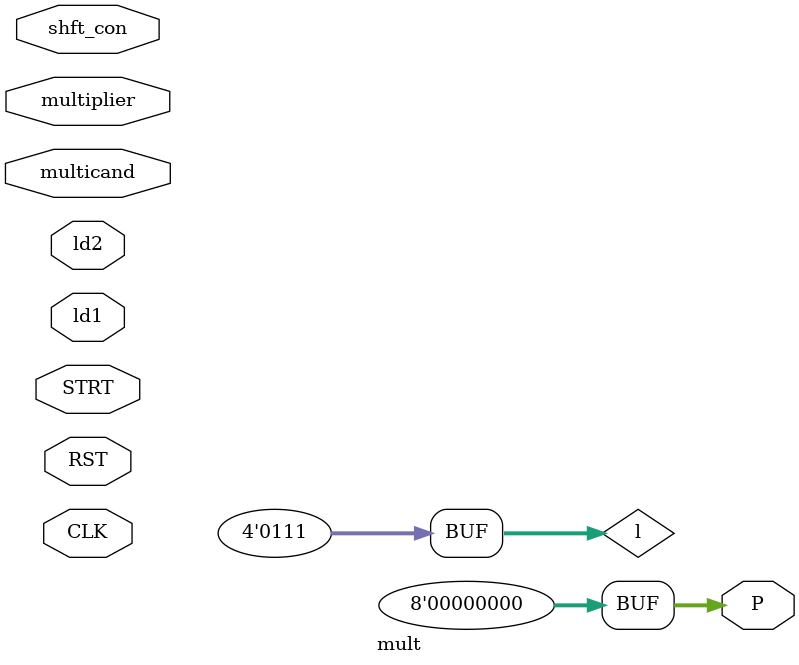
<source format=v>
`timescale 1ns / 1ps


module mult(multicand,multiplier,RST,STRT,P, CLK,shft_con,ld1,ld2);
    input [3:0] multicand, multiplier;
    input RST, STRT, CLK, shft_con, ld1,ld2;
    wire [3:0] j,k,l,m,n;
    wire s;
    assign l = 4'b0111;
    output [7:0] P;
    

            dffa load1(.STRT(STRT),.clk(CLK),.clr(RST),.da(multicand),.load(ld1),.qa(j));
            dffb load2(.STRT(STRT),.clk(CLK),.clr(RST),.db(multiplier),.qb(k),.sft(shft_con),.load(ld2));
            mux choose1(.STRT(STRT),.s(k[0]),.dl(l),.d0(multicand),.y(n));
            adder add1(.STRT(STRT),.a(j),.b(P[7:3]),.cout(P[7]),.s(m));
            assign P = P[6:0] >> 1;

    
endmodule

</source>
